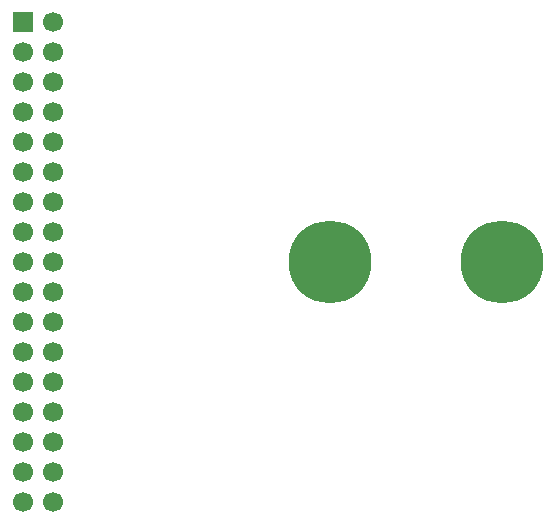
<source format=gbr>
%TF.GenerationSoftware,KiCad,Pcbnew,8.0.3*%
%TF.CreationDate,2025-04-21T22:39:19+02:00*%
%TF.ProjectId,claws,636c6177-732e-46b6-9963-61645f706362,rev?*%
%TF.SameCoordinates,Original*%
%TF.FileFunction,Copper,L1,Top*%
%TF.FilePolarity,Positive*%
%FSLAX46Y46*%
G04 Gerber Fmt 4.6, Leading zero omitted, Abs format (unit mm)*
G04 Created by KiCad (PCBNEW 8.0.3) date 2025-04-21 22:39:19*
%MOMM*%
%LPD*%
G01*
G04 APERTURE LIST*
%TA.AperFunction,ComponentPad*%
%ADD10R,1.700000X1.700000*%
%TD*%
%TA.AperFunction,ComponentPad*%
%ADD11C,1.700000*%
%TD*%
%TA.AperFunction,ViaPad*%
%ADD12C,7.000000*%
%TD*%
G04 APERTURE END LIST*
D10*
%TO.P,,1*%
%TO.N,N/C*%
X40000000Y-89680000D03*
D11*
%TO.P,,2*%
X42540000Y-89680000D03*
%TO.P,,3*%
X40000000Y-92220000D03*
%TO.P,,4*%
X42540000Y-92220000D03*
%TO.P,,5*%
X40000000Y-94760000D03*
%TO.P,,6*%
X42540000Y-94760000D03*
%TO.P,,7*%
X40000000Y-97300000D03*
%TO.P,,8*%
X42540000Y-97300000D03*
%TO.P,,9*%
X40000000Y-99840000D03*
%TO.P,,10*%
X42540000Y-99840000D03*
%TO.P,,11*%
X40000000Y-102380000D03*
%TO.P,,12*%
X42540000Y-102380000D03*
%TO.P,,13*%
X40000000Y-104920000D03*
%TO.P,,14*%
X42540000Y-104920000D03*
%TO.P,,15*%
X40000000Y-107460000D03*
%TO.P,,16*%
X42540000Y-107460000D03*
%TO.P,,17*%
X40000000Y-110000000D03*
%TO.P,,18*%
X42540000Y-110000000D03*
%TO.P,,19*%
X40000000Y-112540000D03*
%TO.P,,20*%
X42540000Y-112540000D03*
%TO.P,,21*%
X40000000Y-115080000D03*
%TO.P,,22*%
X42540000Y-115080000D03*
%TO.P,,23*%
X40000000Y-117620000D03*
%TO.P,,24*%
X42540000Y-117620000D03*
%TO.P,,25*%
X40000000Y-120160000D03*
%TO.P,,26*%
X42540000Y-120160000D03*
%TO.P,,27*%
X40000000Y-122700000D03*
%TO.P,,28*%
X42540000Y-122700000D03*
%TO.P,,29*%
X40000000Y-125240000D03*
%TO.P,,30*%
X42540000Y-125240000D03*
%TO.P,,31*%
X40000000Y-127780000D03*
%TO.P,,32*%
X42540000Y-127780000D03*
%TO.P,,33*%
X40000000Y-130320000D03*
%TO.P,,34*%
X42540000Y-130320000D03*
%TD*%
D12*
%TO.N,*%
X80500000Y-110000000D03*
X66000000Y-110000000D03*
%TD*%
M02*

</source>
